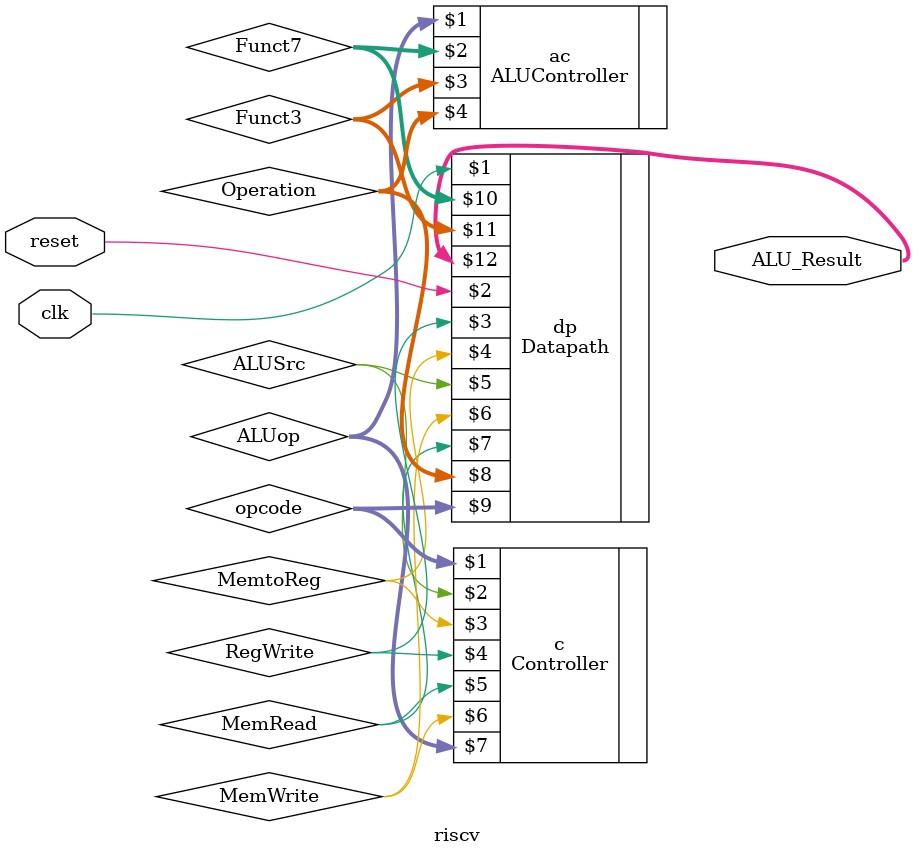
<source format=sv>
`timescale 1ns / 1ps

module riscv #(
    parameter DATA_W = 32)
    (input logic clk, reset, // clock and reset signals
    output logic [31:0] ALU_Result// The ALU_Result
    );

logic [6:0] opcode;
logic ALUSrc, MemtoReg, RegWrite, MemRead, MemWrite;

logic [1:0] ALUop;
logic [6:0] Funct7;
logic [2:0] Funct3;
logic [3:0] Operation;

	Controller c(opcode, ALUSrc, MemtoReg, RegWrite, MemRead, MemWrite, ALUop);
    
    ALUController ac(ALUop, Funct7, Funct3, Operation);

    Datapath dp(clk, reset, RegWrite , MemtoReg, ALUSrc , MemWrite, MemRead, Operation, opcode, Funct7, Funct3, ALU_Result);
        
endmodule

</source>
